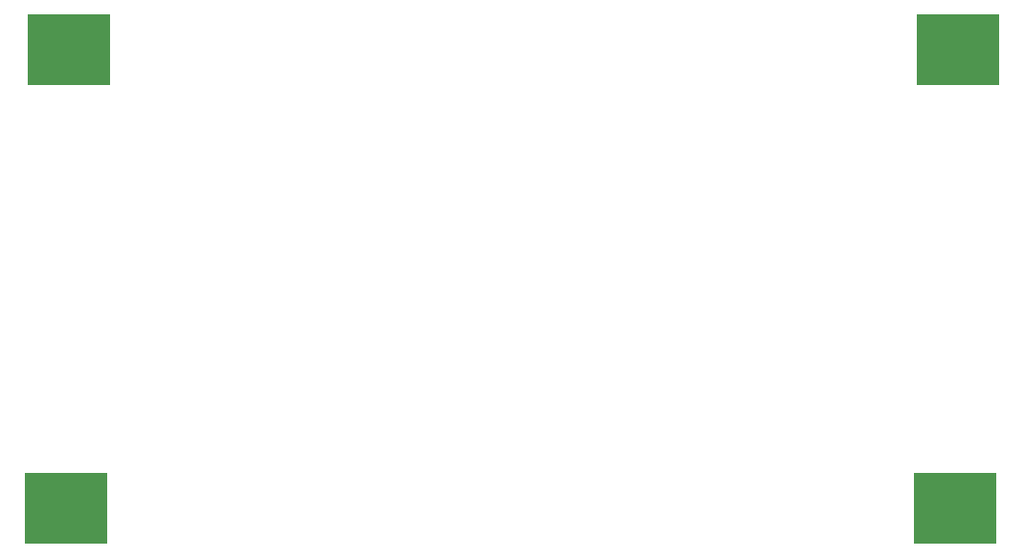
<source format=gbr>
G04 #@! TF.GenerationSoftware,KiCad,Pcbnew,(5.0.2)-1*
G04 #@! TF.CreationDate,2019-08-17T15:57:10+01:00*
G04 #@! TF.ProjectId,SoliCamb Rev 4 PCB,536f6c69-4361-46d6-9220-526576203420,rev?*
G04 #@! TF.SameCoordinates,Original*
G04 #@! TF.FileFunction,Paste,Bot*
G04 #@! TF.FilePolarity,Positive*
%FSLAX46Y46*%
G04 Gerber Fmt 4.6, Leading zero omitted, Abs format (unit mm)*
G04 Created by KiCad (PCBNEW (5.0.2)-1) date 8/17/2019 3:57:10 PM*
%MOMM*%
%LPD*%
G01*
G04 APERTURE LIST*
%ADD10R,7.340000X6.350000*%
G04 APERTURE END LIST*
D10*
G04 #@! TO.C,BT2*
X149860000Y-85598000D03*
X71200000Y-85598000D03*
G04 #@! TD*
G04 #@! TO.C,BT1*
X149606000Y-126238000D03*
X70946000Y-126238000D03*
G04 #@! TD*
M02*

</source>
